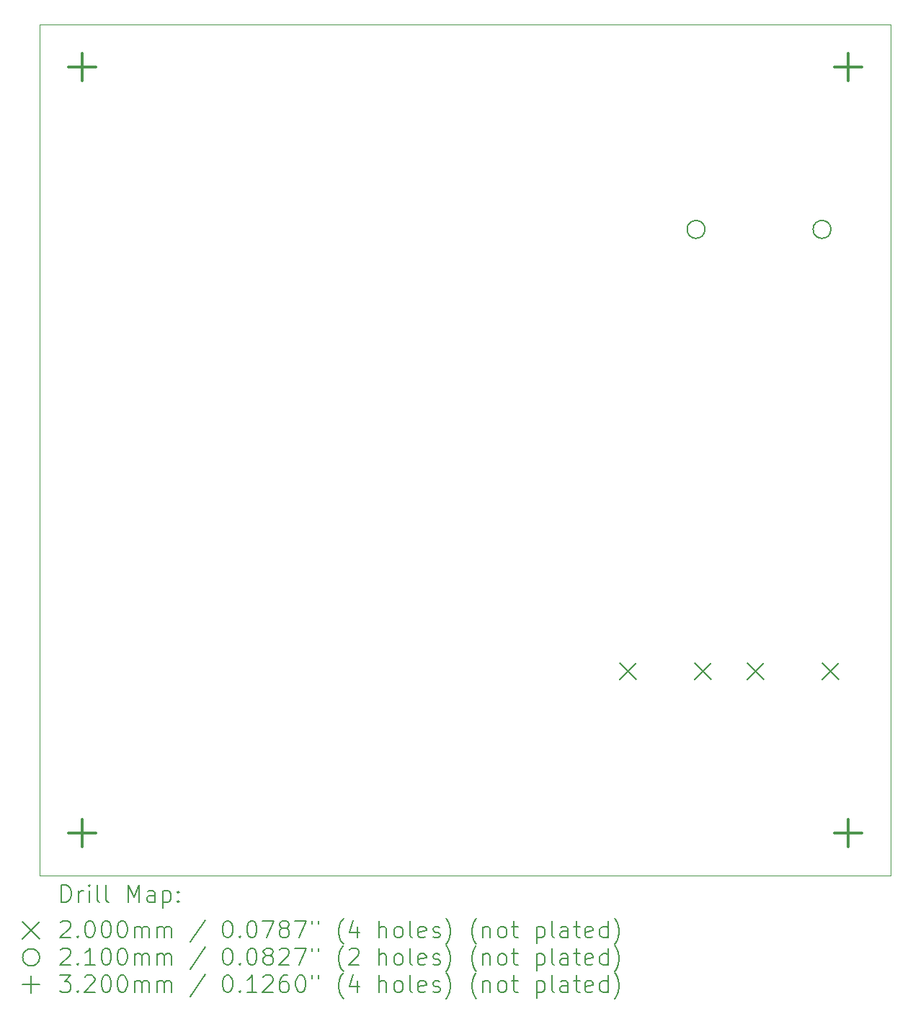
<source format=gbr>
%FSLAX45Y45*%
G04 Gerber Fmt 4.5, Leading zero omitted, Abs format (unit mm)*
G04 Created by KiCad (PCBNEW (6.0.1)) date 2023-03-10 13:55:18*
%MOMM*%
%LPD*%
G01*
G04 APERTURE LIST*
%TA.AperFunction,Profile*%
%ADD10C,0.050000*%
%TD*%
%ADD11C,0.200000*%
%ADD12C,0.210000*%
%ADD13C,0.320000*%
G04 APERTURE END LIST*
D10*
X13750000Y-2050000D02*
X3750000Y-2050000D01*
X13750000Y-12050000D02*
X13750000Y-2050000D01*
X3750000Y-12050000D02*
X13750000Y-12050000D01*
X3750000Y-2050000D02*
X3750000Y-12050000D01*
D11*
X10560000Y-9550000D02*
X10760000Y-9750000D01*
X10760000Y-9550000D02*
X10560000Y-9750000D01*
X11440000Y-9550000D02*
X11640000Y-9750000D01*
X11640000Y-9550000D02*
X11440000Y-9750000D01*
X12060000Y-9550000D02*
X12260000Y-9750000D01*
X12260000Y-9550000D02*
X12060000Y-9750000D01*
X12940000Y-9550000D02*
X13140000Y-9750000D01*
X13140000Y-9550000D02*
X12940000Y-9750000D01*
D12*
X11565000Y-4460000D02*
G75*
G03*
X11565000Y-4460000I-105000J0D01*
G01*
X13045000Y-4460000D02*
G75*
G03*
X13045000Y-4460000I-105000J0D01*
G01*
D13*
X4250000Y-2390000D02*
X4250000Y-2710000D01*
X4090000Y-2550000D02*
X4410000Y-2550000D01*
X4250000Y-11390000D02*
X4250000Y-11710000D01*
X4090000Y-11550000D02*
X4410000Y-11550000D01*
X13250000Y-2390000D02*
X13250000Y-2710000D01*
X13090000Y-2550000D02*
X13410000Y-2550000D01*
X13250000Y-11390000D02*
X13250000Y-11710000D01*
X13090000Y-11550000D02*
X13410000Y-11550000D01*
D11*
X4005119Y-12362976D02*
X4005119Y-12162976D01*
X4052738Y-12162976D01*
X4081309Y-12172500D01*
X4100357Y-12191548D01*
X4109881Y-12210595D01*
X4119405Y-12248690D01*
X4119405Y-12277262D01*
X4109881Y-12315357D01*
X4100357Y-12334405D01*
X4081309Y-12353452D01*
X4052738Y-12362976D01*
X4005119Y-12362976D01*
X4205119Y-12362976D02*
X4205119Y-12229643D01*
X4205119Y-12267738D02*
X4214643Y-12248690D01*
X4224167Y-12239167D01*
X4243214Y-12229643D01*
X4262262Y-12229643D01*
X4328929Y-12362976D02*
X4328929Y-12229643D01*
X4328929Y-12162976D02*
X4319405Y-12172500D01*
X4328929Y-12182024D01*
X4338452Y-12172500D01*
X4328929Y-12162976D01*
X4328929Y-12182024D01*
X4452738Y-12362976D02*
X4433690Y-12353452D01*
X4424167Y-12334405D01*
X4424167Y-12162976D01*
X4557500Y-12362976D02*
X4538452Y-12353452D01*
X4528929Y-12334405D01*
X4528929Y-12162976D01*
X4786071Y-12362976D02*
X4786071Y-12162976D01*
X4852738Y-12305833D01*
X4919405Y-12162976D01*
X4919405Y-12362976D01*
X5100357Y-12362976D02*
X5100357Y-12258214D01*
X5090833Y-12239167D01*
X5071786Y-12229643D01*
X5033690Y-12229643D01*
X5014643Y-12239167D01*
X5100357Y-12353452D02*
X5081310Y-12362976D01*
X5033690Y-12362976D01*
X5014643Y-12353452D01*
X5005119Y-12334405D01*
X5005119Y-12315357D01*
X5014643Y-12296309D01*
X5033690Y-12286786D01*
X5081310Y-12286786D01*
X5100357Y-12277262D01*
X5195595Y-12229643D02*
X5195595Y-12429643D01*
X5195595Y-12239167D02*
X5214643Y-12229643D01*
X5252738Y-12229643D01*
X5271786Y-12239167D01*
X5281310Y-12248690D01*
X5290833Y-12267738D01*
X5290833Y-12324881D01*
X5281310Y-12343928D01*
X5271786Y-12353452D01*
X5252738Y-12362976D01*
X5214643Y-12362976D01*
X5195595Y-12353452D01*
X5376548Y-12343928D02*
X5386071Y-12353452D01*
X5376548Y-12362976D01*
X5367024Y-12353452D01*
X5376548Y-12343928D01*
X5376548Y-12362976D01*
X5376548Y-12239167D02*
X5386071Y-12248690D01*
X5376548Y-12258214D01*
X5367024Y-12248690D01*
X5376548Y-12239167D01*
X5376548Y-12258214D01*
X3547500Y-12592500D02*
X3747500Y-12792500D01*
X3747500Y-12592500D02*
X3547500Y-12792500D01*
X3995595Y-12602024D02*
X4005119Y-12592500D01*
X4024167Y-12582976D01*
X4071786Y-12582976D01*
X4090833Y-12592500D01*
X4100357Y-12602024D01*
X4109881Y-12621071D01*
X4109881Y-12640119D01*
X4100357Y-12668690D01*
X3986071Y-12782976D01*
X4109881Y-12782976D01*
X4195595Y-12763928D02*
X4205119Y-12773452D01*
X4195595Y-12782976D01*
X4186071Y-12773452D01*
X4195595Y-12763928D01*
X4195595Y-12782976D01*
X4328929Y-12582976D02*
X4347976Y-12582976D01*
X4367024Y-12592500D01*
X4376548Y-12602024D01*
X4386071Y-12621071D01*
X4395595Y-12659167D01*
X4395595Y-12706786D01*
X4386071Y-12744881D01*
X4376548Y-12763928D01*
X4367024Y-12773452D01*
X4347976Y-12782976D01*
X4328929Y-12782976D01*
X4309881Y-12773452D01*
X4300357Y-12763928D01*
X4290833Y-12744881D01*
X4281310Y-12706786D01*
X4281310Y-12659167D01*
X4290833Y-12621071D01*
X4300357Y-12602024D01*
X4309881Y-12592500D01*
X4328929Y-12582976D01*
X4519405Y-12582976D02*
X4538452Y-12582976D01*
X4557500Y-12592500D01*
X4567024Y-12602024D01*
X4576548Y-12621071D01*
X4586071Y-12659167D01*
X4586071Y-12706786D01*
X4576548Y-12744881D01*
X4567024Y-12763928D01*
X4557500Y-12773452D01*
X4538452Y-12782976D01*
X4519405Y-12782976D01*
X4500357Y-12773452D01*
X4490833Y-12763928D01*
X4481310Y-12744881D01*
X4471786Y-12706786D01*
X4471786Y-12659167D01*
X4481310Y-12621071D01*
X4490833Y-12602024D01*
X4500357Y-12592500D01*
X4519405Y-12582976D01*
X4709881Y-12582976D02*
X4728929Y-12582976D01*
X4747976Y-12592500D01*
X4757500Y-12602024D01*
X4767024Y-12621071D01*
X4776548Y-12659167D01*
X4776548Y-12706786D01*
X4767024Y-12744881D01*
X4757500Y-12763928D01*
X4747976Y-12773452D01*
X4728929Y-12782976D01*
X4709881Y-12782976D01*
X4690833Y-12773452D01*
X4681310Y-12763928D01*
X4671786Y-12744881D01*
X4662262Y-12706786D01*
X4662262Y-12659167D01*
X4671786Y-12621071D01*
X4681310Y-12602024D01*
X4690833Y-12592500D01*
X4709881Y-12582976D01*
X4862262Y-12782976D02*
X4862262Y-12649643D01*
X4862262Y-12668690D02*
X4871786Y-12659167D01*
X4890833Y-12649643D01*
X4919405Y-12649643D01*
X4938452Y-12659167D01*
X4947976Y-12678214D01*
X4947976Y-12782976D01*
X4947976Y-12678214D02*
X4957500Y-12659167D01*
X4976548Y-12649643D01*
X5005119Y-12649643D01*
X5024167Y-12659167D01*
X5033690Y-12678214D01*
X5033690Y-12782976D01*
X5128929Y-12782976D02*
X5128929Y-12649643D01*
X5128929Y-12668690D02*
X5138452Y-12659167D01*
X5157500Y-12649643D01*
X5186071Y-12649643D01*
X5205119Y-12659167D01*
X5214643Y-12678214D01*
X5214643Y-12782976D01*
X5214643Y-12678214D02*
X5224167Y-12659167D01*
X5243214Y-12649643D01*
X5271786Y-12649643D01*
X5290833Y-12659167D01*
X5300357Y-12678214D01*
X5300357Y-12782976D01*
X5690833Y-12573452D02*
X5519405Y-12830595D01*
X5947976Y-12582976D02*
X5967024Y-12582976D01*
X5986071Y-12592500D01*
X5995595Y-12602024D01*
X6005119Y-12621071D01*
X6014643Y-12659167D01*
X6014643Y-12706786D01*
X6005119Y-12744881D01*
X5995595Y-12763928D01*
X5986071Y-12773452D01*
X5967024Y-12782976D01*
X5947976Y-12782976D01*
X5928928Y-12773452D01*
X5919405Y-12763928D01*
X5909881Y-12744881D01*
X5900357Y-12706786D01*
X5900357Y-12659167D01*
X5909881Y-12621071D01*
X5919405Y-12602024D01*
X5928928Y-12592500D01*
X5947976Y-12582976D01*
X6100357Y-12763928D02*
X6109881Y-12773452D01*
X6100357Y-12782976D01*
X6090833Y-12773452D01*
X6100357Y-12763928D01*
X6100357Y-12782976D01*
X6233690Y-12582976D02*
X6252738Y-12582976D01*
X6271786Y-12592500D01*
X6281309Y-12602024D01*
X6290833Y-12621071D01*
X6300357Y-12659167D01*
X6300357Y-12706786D01*
X6290833Y-12744881D01*
X6281309Y-12763928D01*
X6271786Y-12773452D01*
X6252738Y-12782976D01*
X6233690Y-12782976D01*
X6214643Y-12773452D01*
X6205119Y-12763928D01*
X6195595Y-12744881D01*
X6186071Y-12706786D01*
X6186071Y-12659167D01*
X6195595Y-12621071D01*
X6205119Y-12602024D01*
X6214643Y-12592500D01*
X6233690Y-12582976D01*
X6367024Y-12582976D02*
X6500357Y-12582976D01*
X6414643Y-12782976D01*
X6605119Y-12668690D02*
X6586071Y-12659167D01*
X6576548Y-12649643D01*
X6567024Y-12630595D01*
X6567024Y-12621071D01*
X6576548Y-12602024D01*
X6586071Y-12592500D01*
X6605119Y-12582976D01*
X6643214Y-12582976D01*
X6662262Y-12592500D01*
X6671786Y-12602024D01*
X6681309Y-12621071D01*
X6681309Y-12630595D01*
X6671786Y-12649643D01*
X6662262Y-12659167D01*
X6643214Y-12668690D01*
X6605119Y-12668690D01*
X6586071Y-12678214D01*
X6576548Y-12687738D01*
X6567024Y-12706786D01*
X6567024Y-12744881D01*
X6576548Y-12763928D01*
X6586071Y-12773452D01*
X6605119Y-12782976D01*
X6643214Y-12782976D01*
X6662262Y-12773452D01*
X6671786Y-12763928D01*
X6681309Y-12744881D01*
X6681309Y-12706786D01*
X6671786Y-12687738D01*
X6662262Y-12678214D01*
X6643214Y-12668690D01*
X6747976Y-12582976D02*
X6881309Y-12582976D01*
X6795595Y-12782976D01*
X6947976Y-12582976D02*
X6947976Y-12621071D01*
X7024167Y-12582976D02*
X7024167Y-12621071D01*
X7319405Y-12859167D02*
X7309881Y-12849643D01*
X7290833Y-12821071D01*
X7281309Y-12802024D01*
X7271786Y-12773452D01*
X7262262Y-12725833D01*
X7262262Y-12687738D01*
X7271786Y-12640119D01*
X7281309Y-12611548D01*
X7290833Y-12592500D01*
X7309881Y-12563928D01*
X7319405Y-12554405D01*
X7481309Y-12649643D02*
X7481309Y-12782976D01*
X7433690Y-12573452D02*
X7386071Y-12716309D01*
X7509881Y-12716309D01*
X7738452Y-12782976D02*
X7738452Y-12582976D01*
X7824167Y-12782976D02*
X7824167Y-12678214D01*
X7814643Y-12659167D01*
X7795595Y-12649643D01*
X7767024Y-12649643D01*
X7747976Y-12659167D01*
X7738452Y-12668690D01*
X7947976Y-12782976D02*
X7928928Y-12773452D01*
X7919405Y-12763928D01*
X7909881Y-12744881D01*
X7909881Y-12687738D01*
X7919405Y-12668690D01*
X7928928Y-12659167D01*
X7947976Y-12649643D01*
X7976548Y-12649643D01*
X7995595Y-12659167D01*
X8005119Y-12668690D01*
X8014643Y-12687738D01*
X8014643Y-12744881D01*
X8005119Y-12763928D01*
X7995595Y-12773452D01*
X7976548Y-12782976D01*
X7947976Y-12782976D01*
X8128928Y-12782976D02*
X8109881Y-12773452D01*
X8100357Y-12754405D01*
X8100357Y-12582976D01*
X8281309Y-12773452D02*
X8262262Y-12782976D01*
X8224167Y-12782976D01*
X8205119Y-12773452D01*
X8195595Y-12754405D01*
X8195595Y-12678214D01*
X8205119Y-12659167D01*
X8224167Y-12649643D01*
X8262262Y-12649643D01*
X8281309Y-12659167D01*
X8290833Y-12678214D01*
X8290833Y-12697262D01*
X8195595Y-12716309D01*
X8367024Y-12773452D02*
X8386071Y-12782976D01*
X8424167Y-12782976D01*
X8443214Y-12773452D01*
X8452738Y-12754405D01*
X8452738Y-12744881D01*
X8443214Y-12725833D01*
X8424167Y-12716309D01*
X8395595Y-12716309D01*
X8376548Y-12706786D01*
X8367024Y-12687738D01*
X8367024Y-12678214D01*
X8376548Y-12659167D01*
X8395595Y-12649643D01*
X8424167Y-12649643D01*
X8443214Y-12659167D01*
X8519405Y-12859167D02*
X8528929Y-12849643D01*
X8547976Y-12821071D01*
X8557500Y-12802024D01*
X8567024Y-12773452D01*
X8576548Y-12725833D01*
X8576548Y-12687738D01*
X8567024Y-12640119D01*
X8557500Y-12611548D01*
X8547976Y-12592500D01*
X8528929Y-12563928D01*
X8519405Y-12554405D01*
X8881310Y-12859167D02*
X8871786Y-12849643D01*
X8852738Y-12821071D01*
X8843214Y-12802024D01*
X8833690Y-12773452D01*
X8824167Y-12725833D01*
X8824167Y-12687738D01*
X8833690Y-12640119D01*
X8843214Y-12611548D01*
X8852738Y-12592500D01*
X8871786Y-12563928D01*
X8881310Y-12554405D01*
X8957500Y-12649643D02*
X8957500Y-12782976D01*
X8957500Y-12668690D02*
X8967024Y-12659167D01*
X8986071Y-12649643D01*
X9014643Y-12649643D01*
X9033690Y-12659167D01*
X9043214Y-12678214D01*
X9043214Y-12782976D01*
X9167024Y-12782976D02*
X9147976Y-12773452D01*
X9138452Y-12763928D01*
X9128929Y-12744881D01*
X9128929Y-12687738D01*
X9138452Y-12668690D01*
X9147976Y-12659167D01*
X9167024Y-12649643D01*
X9195595Y-12649643D01*
X9214643Y-12659167D01*
X9224167Y-12668690D01*
X9233690Y-12687738D01*
X9233690Y-12744881D01*
X9224167Y-12763928D01*
X9214643Y-12773452D01*
X9195595Y-12782976D01*
X9167024Y-12782976D01*
X9290833Y-12649643D02*
X9367024Y-12649643D01*
X9319405Y-12582976D02*
X9319405Y-12754405D01*
X9328929Y-12773452D01*
X9347976Y-12782976D01*
X9367024Y-12782976D01*
X9586071Y-12649643D02*
X9586071Y-12849643D01*
X9586071Y-12659167D02*
X9605119Y-12649643D01*
X9643214Y-12649643D01*
X9662262Y-12659167D01*
X9671786Y-12668690D01*
X9681310Y-12687738D01*
X9681310Y-12744881D01*
X9671786Y-12763928D01*
X9662262Y-12773452D01*
X9643214Y-12782976D01*
X9605119Y-12782976D01*
X9586071Y-12773452D01*
X9795595Y-12782976D02*
X9776548Y-12773452D01*
X9767024Y-12754405D01*
X9767024Y-12582976D01*
X9957500Y-12782976D02*
X9957500Y-12678214D01*
X9947976Y-12659167D01*
X9928929Y-12649643D01*
X9890833Y-12649643D01*
X9871786Y-12659167D01*
X9957500Y-12773452D02*
X9938452Y-12782976D01*
X9890833Y-12782976D01*
X9871786Y-12773452D01*
X9862262Y-12754405D01*
X9862262Y-12735357D01*
X9871786Y-12716309D01*
X9890833Y-12706786D01*
X9938452Y-12706786D01*
X9957500Y-12697262D01*
X10024167Y-12649643D02*
X10100357Y-12649643D01*
X10052738Y-12582976D02*
X10052738Y-12754405D01*
X10062262Y-12773452D01*
X10081310Y-12782976D01*
X10100357Y-12782976D01*
X10243214Y-12773452D02*
X10224167Y-12782976D01*
X10186071Y-12782976D01*
X10167024Y-12773452D01*
X10157500Y-12754405D01*
X10157500Y-12678214D01*
X10167024Y-12659167D01*
X10186071Y-12649643D01*
X10224167Y-12649643D01*
X10243214Y-12659167D01*
X10252738Y-12678214D01*
X10252738Y-12697262D01*
X10157500Y-12716309D01*
X10424167Y-12782976D02*
X10424167Y-12582976D01*
X10424167Y-12773452D02*
X10405119Y-12782976D01*
X10367024Y-12782976D01*
X10347976Y-12773452D01*
X10338452Y-12763928D01*
X10328929Y-12744881D01*
X10328929Y-12687738D01*
X10338452Y-12668690D01*
X10347976Y-12659167D01*
X10367024Y-12649643D01*
X10405119Y-12649643D01*
X10424167Y-12659167D01*
X10500357Y-12859167D02*
X10509881Y-12849643D01*
X10528929Y-12821071D01*
X10538452Y-12802024D01*
X10547976Y-12773452D01*
X10557500Y-12725833D01*
X10557500Y-12687738D01*
X10547976Y-12640119D01*
X10538452Y-12611548D01*
X10528929Y-12592500D01*
X10509881Y-12563928D01*
X10500357Y-12554405D01*
X3747500Y-13012500D02*
G75*
G03*
X3747500Y-13012500I-100000J0D01*
G01*
X3995595Y-12922024D02*
X4005119Y-12912500D01*
X4024167Y-12902976D01*
X4071786Y-12902976D01*
X4090833Y-12912500D01*
X4100357Y-12922024D01*
X4109881Y-12941071D01*
X4109881Y-12960119D01*
X4100357Y-12988690D01*
X3986071Y-13102976D01*
X4109881Y-13102976D01*
X4195595Y-13083928D02*
X4205119Y-13093452D01*
X4195595Y-13102976D01*
X4186071Y-13093452D01*
X4195595Y-13083928D01*
X4195595Y-13102976D01*
X4395595Y-13102976D02*
X4281310Y-13102976D01*
X4338452Y-13102976D02*
X4338452Y-12902976D01*
X4319405Y-12931548D01*
X4300357Y-12950595D01*
X4281310Y-12960119D01*
X4519405Y-12902976D02*
X4538452Y-12902976D01*
X4557500Y-12912500D01*
X4567024Y-12922024D01*
X4576548Y-12941071D01*
X4586071Y-12979167D01*
X4586071Y-13026786D01*
X4576548Y-13064881D01*
X4567024Y-13083928D01*
X4557500Y-13093452D01*
X4538452Y-13102976D01*
X4519405Y-13102976D01*
X4500357Y-13093452D01*
X4490833Y-13083928D01*
X4481310Y-13064881D01*
X4471786Y-13026786D01*
X4471786Y-12979167D01*
X4481310Y-12941071D01*
X4490833Y-12922024D01*
X4500357Y-12912500D01*
X4519405Y-12902976D01*
X4709881Y-12902976D02*
X4728929Y-12902976D01*
X4747976Y-12912500D01*
X4757500Y-12922024D01*
X4767024Y-12941071D01*
X4776548Y-12979167D01*
X4776548Y-13026786D01*
X4767024Y-13064881D01*
X4757500Y-13083928D01*
X4747976Y-13093452D01*
X4728929Y-13102976D01*
X4709881Y-13102976D01*
X4690833Y-13093452D01*
X4681310Y-13083928D01*
X4671786Y-13064881D01*
X4662262Y-13026786D01*
X4662262Y-12979167D01*
X4671786Y-12941071D01*
X4681310Y-12922024D01*
X4690833Y-12912500D01*
X4709881Y-12902976D01*
X4862262Y-13102976D02*
X4862262Y-12969643D01*
X4862262Y-12988690D02*
X4871786Y-12979167D01*
X4890833Y-12969643D01*
X4919405Y-12969643D01*
X4938452Y-12979167D01*
X4947976Y-12998214D01*
X4947976Y-13102976D01*
X4947976Y-12998214D02*
X4957500Y-12979167D01*
X4976548Y-12969643D01*
X5005119Y-12969643D01*
X5024167Y-12979167D01*
X5033690Y-12998214D01*
X5033690Y-13102976D01*
X5128929Y-13102976D02*
X5128929Y-12969643D01*
X5128929Y-12988690D02*
X5138452Y-12979167D01*
X5157500Y-12969643D01*
X5186071Y-12969643D01*
X5205119Y-12979167D01*
X5214643Y-12998214D01*
X5214643Y-13102976D01*
X5214643Y-12998214D02*
X5224167Y-12979167D01*
X5243214Y-12969643D01*
X5271786Y-12969643D01*
X5290833Y-12979167D01*
X5300357Y-12998214D01*
X5300357Y-13102976D01*
X5690833Y-12893452D02*
X5519405Y-13150595D01*
X5947976Y-12902976D02*
X5967024Y-12902976D01*
X5986071Y-12912500D01*
X5995595Y-12922024D01*
X6005119Y-12941071D01*
X6014643Y-12979167D01*
X6014643Y-13026786D01*
X6005119Y-13064881D01*
X5995595Y-13083928D01*
X5986071Y-13093452D01*
X5967024Y-13102976D01*
X5947976Y-13102976D01*
X5928928Y-13093452D01*
X5919405Y-13083928D01*
X5909881Y-13064881D01*
X5900357Y-13026786D01*
X5900357Y-12979167D01*
X5909881Y-12941071D01*
X5919405Y-12922024D01*
X5928928Y-12912500D01*
X5947976Y-12902976D01*
X6100357Y-13083928D02*
X6109881Y-13093452D01*
X6100357Y-13102976D01*
X6090833Y-13093452D01*
X6100357Y-13083928D01*
X6100357Y-13102976D01*
X6233690Y-12902976D02*
X6252738Y-12902976D01*
X6271786Y-12912500D01*
X6281309Y-12922024D01*
X6290833Y-12941071D01*
X6300357Y-12979167D01*
X6300357Y-13026786D01*
X6290833Y-13064881D01*
X6281309Y-13083928D01*
X6271786Y-13093452D01*
X6252738Y-13102976D01*
X6233690Y-13102976D01*
X6214643Y-13093452D01*
X6205119Y-13083928D01*
X6195595Y-13064881D01*
X6186071Y-13026786D01*
X6186071Y-12979167D01*
X6195595Y-12941071D01*
X6205119Y-12922024D01*
X6214643Y-12912500D01*
X6233690Y-12902976D01*
X6414643Y-12988690D02*
X6395595Y-12979167D01*
X6386071Y-12969643D01*
X6376548Y-12950595D01*
X6376548Y-12941071D01*
X6386071Y-12922024D01*
X6395595Y-12912500D01*
X6414643Y-12902976D01*
X6452738Y-12902976D01*
X6471786Y-12912500D01*
X6481309Y-12922024D01*
X6490833Y-12941071D01*
X6490833Y-12950595D01*
X6481309Y-12969643D01*
X6471786Y-12979167D01*
X6452738Y-12988690D01*
X6414643Y-12988690D01*
X6395595Y-12998214D01*
X6386071Y-13007738D01*
X6376548Y-13026786D01*
X6376548Y-13064881D01*
X6386071Y-13083928D01*
X6395595Y-13093452D01*
X6414643Y-13102976D01*
X6452738Y-13102976D01*
X6471786Y-13093452D01*
X6481309Y-13083928D01*
X6490833Y-13064881D01*
X6490833Y-13026786D01*
X6481309Y-13007738D01*
X6471786Y-12998214D01*
X6452738Y-12988690D01*
X6567024Y-12922024D02*
X6576548Y-12912500D01*
X6595595Y-12902976D01*
X6643214Y-12902976D01*
X6662262Y-12912500D01*
X6671786Y-12922024D01*
X6681309Y-12941071D01*
X6681309Y-12960119D01*
X6671786Y-12988690D01*
X6557500Y-13102976D01*
X6681309Y-13102976D01*
X6747976Y-12902976D02*
X6881309Y-12902976D01*
X6795595Y-13102976D01*
X6947976Y-12902976D02*
X6947976Y-12941071D01*
X7024167Y-12902976D02*
X7024167Y-12941071D01*
X7319405Y-13179167D02*
X7309881Y-13169643D01*
X7290833Y-13141071D01*
X7281309Y-13122024D01*
X7271786Y-13093452D01*
X7262262Y-13045833D01*
X7262262Y-13007738D01*
X7271786Y-12960119D01*
X7281309Y-12931548D01*
X7290833Y-12912500D01*
X7309881Y-12883928D01*
X7319405Y-12874405D01*
X7386071Y-12922024D02*
X7395595Y-12912500D01*
X7414643Y-12902976D01*
X7462262Y-12902976D01*
X7481309Y-12912500D01*
X7490833Y-12922024D01*
X7500357Y-12941071D01*
X7500357Y-12960119D01*
X7490833Y-12988690D01*
X7376548Y-13102976D01*
X7500357Y-13102976D01*
X7738452Y-13102976D02*
X7738452Y-12902976D01*
X7824167Y-13102976D02*
X7824167Y-12998214D01*
X7814643Y-12979167D01*
X7795595Y-12969643D01*
X7767024Y-12969643D01*
X7747976Y-12979167D01*
X7738452Y-12988690D01*
X7947976Y-13102976D02*
X7928928Y-13093452D01*
X7919405Y-13083928D01*
X7909881Y-13064881D01*
X7909881Y-13007738D01*
X7919405Y-12988690D01*
X7928928Y-12979167D01*
X7947976Y-12969643D01*
X7976548Y-12969643D01*
X7995595Y-12979167D01*
X8005119Y-12988690D01*
X8014643Y-13007738D01*
X8014643Y-13064881D01*
X8005119Y-13083928D01*
X7995595Y-13093452D01*
X7976548Y-13102976D01*
X7947976Y-13102976D01*
X8128928Y-13102976D02*
X8109881Y-13093452D01*
X8100357Y-13074405D01*
X8100357Y-12902976D01*
X8281309Y-13093452D02*
X8262262Y-13102976D01*
X8224167Y-13102976D01*
X8205119Y-13093452D01*
X8195595Y-13074405D01*
X8195595Y-12998214D01*
X8205119Y-12979167D01*
X8224167Y-12969643D01*
X8262262Y-12969643D01*
X8281309Y-12979167D01*
X8290833Y-12998214D01*
X8290833Y-13017262D01*
X8195595Y-13036309D01*
X8367024Y-13093452D02*
X8386071Y-13102976D01*
X8424167Y-13102976D01*
X8443214Y-13093452D01*
X8452738Y-13074405D01*
X8452738Y-13064881D01*
X8443214Y-13045833D01*
X8424167Y-13036309D01*
X8395595Y-13036309D01*
X8376548Y-13026786D01*
X8367024Y-13007738D01*
X8367024Y-12998214D01*
X8376548Y-12979167D01*
X8395595Y-12969643D01*
X8424167Y-12969643D01*
X8443214Y-12979167D01*
X8519405Y-13179167D02*
X8528929Y-13169643D01*
X8547976Y-13141071D01*
X8557500Y-13122024D01*
X8567024Y-13093452D01*
X8576548Y-13045833D01*
X8576548Y-13007738D01*
X8567024Y-12960119D01*
X8557500Y-12931548D01*
X8547976Y-12912500D01*
X8528929Y-12883928D01*
X8519405Y-12874405D01*
X8881310Y-13179167D02*
X8871786Y-13169643D01*
X8852738Y-13141071D01*
X8843214Y-13122024D01*
X8833690Y-13093452D01*
X8824167Y-13045833D01*
X8824167Y-13007738D01*
X8833690Y-12960119D01*
X8843214Y-12931548D01*
X8852738Y-12912500D01*
X8871786Y-12883928D01*
X8881310Y-12874405D01*
X8957500Y-12969643D02*
X8957500Y-13102976D01*
X8957500Y-12988690D02*
X8967024Y-12979167D01*
X8986071Y-12969643D01*
X9014643Y-12969643D01*
X9033690Y-12979167D01*
X9043214Y-12998214D01*
X9043214Y-13102976D01*
X9167024Y-13102976D02*
X9147976Y-13093452D01*
X9138452Y-13083928D01*
X9128929Y-13064881D01*
X9128929Y-13007738D01*
X9138452Y-12988690D01*
X9147976Y-12979167D01*
X9167024Y-12969643D01*
X9195595Y-12969643D01*
X9214643Y-12979167D01*
X9224167Y-12988690D01*
X9233690Y-13007738D01*
X9233690Y-13064881D01*
X9224167Y-13083928D01*
X9214643Y-13093452D01*
X9195595Y-13102976D01*
X9167024Y-13102976D01*
X9290833Y-12969643D02*
X9367024Y-12969643D01*
X9319405Y-12902976D02*
X9319405Y-13074405D01*
X9328929Y-13093452D01*
X9347976Y-13102976D01*
X9367024Y-13102976D01*
X9586071Y-12969643D02*
X9586071Y-13169643D01*
X9586071Y-12979167D02*
X9605119Y-12969643D01*
X9643214Y-12969643D01*
X9662262Y-12979167D01*
X9671786Y-12988690D01*
X9681310Y-13007738D01*
X9681310Y-13064881D01*
X9671786Y-13083928D01*
X9662262Y-13093452D01*
X9643214Y-13102976D01*
X9605119Y-13102976D01*
X9586071Y-13093452D01*
X9795595Y-13102976D02*
X9776548Y-13093452D01*
X9767024Y-13074405D01*
X9767024Y-12902976D01*
X9957500Y-13102976D02*
X9957500Y-12998214D01*
X9947976Y-12979167D01*
X9928929Y-12969643D01*
X9890833Y-12969643D01*
X9871786Y-12979167D01*
X9957500Y-13093452D02*
X9938452Y-13102976D01*
X9890833Y-13102976D01*
X9871786Y-13093452D01*
X9862262Y-13074405D01*
X9862262Y-13055357D01*
X9871786Y-13036309D01*
X9890833Y-13026786D01*
X9938452Y-13026786D01*
X9957500Y-13017262D01*
X10024167Y-12969643D02*
X10100357Y-12969643D01*
X10052738Y-12902976D02*
X10052738Y-13074405D01*
X10062262Y-13093452D01*
X10081310Y-13102976D01*
X10100357Y-13102976D01*
X10243214Y-13093452D02*
X10224167Y-13102976D01*
X10186071Y-13102976D01*
X10167024Y-13093452D01*
X10157500Y-13074405D01*
X10157500Y-12998214D01*
X10167024Y-12979167D01*
X10186071Y-12969643D01*
X10224167Y-12969643D01*
X10243214Y-12979167D01*
X10252738Y-12998214D01*
X10252738Y-13017262D01*
X10157500Y-13036309D01*
X10424167Y-13102976D02*
X10424167Y-12902976D01*
X10424167Y-13093452D02*
X10405119Y-13102976D01*
X10367024Y-13102976D01*
X10347976Y-13093452D01*
X10338452Y-13083928D01*
X10328929Y-13064881D01*
X10328929Y-13007738D01*
X10338452Y-12988690D01*
X10347976Y-12979167D01*
X10367024Y-12969643D01*
X10405119Y-12969643D01*
X10424167Y-12979167D01*
X10500357Y-13179167D02*
X10509881Y-13169643D01*
X10528929Y-13141071D01*
X10538452Y-13122024D01*
X10547976Y-13093452D01*
X10557500Y-13045833D01*
X10557500Y-13007738D01*
X10547976Y-12960119D01*
X10538452Y-12931548D01*
X10528929Y-12912500D01*
X10509881Y-12883928D01*
X10500357Y-12874405D01*
X3647500Y-13232500D02*
X3647500Y-13432500D01*
X3547500Y-13332500D02*
X3747500Y-13332500D01*
X3986071Y-13222976D02*
X4109881Y-13222976D01*
X4043214Y-13299167D01*
X4071786Y-13299167D01*
X4090833Y-13308690D01*
X4100357Y-13318214D01*
X4109881Y-13337262D01*
X4109881Y-13384881D01*
X4100357Y-13403928D01*
X4090833Y-13413452D01*
X4071786Y-13422976D01*
X4014643Y-13422976D01*
X3995595Y-13413452D01*
X3986071Y-13403928D01*
X4195595Y-13403928D02*
X4205119Y-13413452D01*
X4195595Y-13422976D01*
X4186071Y-13413452D01*
X4195595Y-13403928D01*
X4195595Y-13422976D01*
X4281310Y-13242024D02*
X4290833Y-13232500D01*
X4309881Y-13222976D01*
X4357500Y-13222976D01*
X4376548Y-13232500D01*
X4386071Y-13242024D01*
X4395595Y-13261071D01*
X4395595Y-13280119D01*
X4386071Y-13308690D01*
X4271786Y-13422976D01*
X4395595Y-13422976D01*
X4519405Y-13222976D02*
X4538452Y-13222976D01*
X4557500Y-13232500D01*
X4567024Y-13242024D01*
X4576548Y-13261071D01*
X4586071Y-13299167D01*
X4586071Y-13346786D01*
X4576548Y-13384881D01*
X4567024Y-13403928D01*
X4557500Y-13413452D01*
X4538452Y-13422976D01*
X4519405Y-13422976D01*
X4500357Y-13413452D01*
X4490833Y-13403928D01*
X4481310Y-13384881D01*
X4471786Y-13346786D01*
X4471786Y-13299167D01*
X4481310Y-13261071D01*
X4490833Y-13242024D01*
X4500357Y-13232500D01*
X4519405Y-13222976D01*
X4709881Y-13222976D02*
X4728929Y-13222976D01*
X4747976Y-13232500D01*
X4757500Y-13242024D01*
X4767024Y-13261071D01*
X4776548Y-13299167D01*
X4776548Y-13346786D01*
X4767024Y-13384881D01*
X4757500Y-13403928D01*
X4747976Y-13413452D01*
X4728929Y-13422976D01*
X4709881Y-13422976D01*
X4690833Y-13413452D01*
X4681310Y-13403928D01*
X4671786Y-13384881D01*
X4662262Y-13346786D01*
X4662262Y-13299167D01*
X4671786Y-13261071D01*
X4681310Y-13242024D01*
X4690833Y-13232500D01*
X4709881Y-13222976D01*
X4862262Y-13422976D02*
X4862262Y-13289643D01*
X4862262Y-13308690D02*
X4871786Y-13299167D01*
X4890833Y-13289643D01*
X4919405Y-13289643D01*
X4938452Y-13299167D01*
X4947976Y-13318214D01*
X4947976Y-13422976D01*
X4947976Y-13318214D02*
X4957500Y-13299167D01*
X4976548Y-13289643D01*
X5005119Y-13289643D01*
X5024167Y-13299167D01*
X5033690Y-13318214D01*
X5033690Y-13422976D01*
X5128929Y-13422976D02*
X5128929Y-13289643D01*
X5128929Y-13308690D02*
X5138452Y-13299167D01*
X5157500Y-13289643D01*
X5186071Y-13289643D01*
X5205119Y-13299167D01*
X5214643Y-13318214D01*
X5214643Y-13422976D01*
X5214643Y-13318214D02*
X5224167Y-13299167D01*
X5243214Y-13289643D01*
X5271786Y-13289643D01*
X5290833Y-13299167D01*
X5300357Y-13318214D01*
X5300357Y-13422976D01*
X5690833Y-13213452D02*
X5519405Y-13470595D01*
X5947976Y-13222976D02*
X5967024Y-13222976D01*
X5986071Y-13232500D01*
X5995595Y-13242024D01*
X6005119Y-13261071D01*
X6014643Y-13299167D01*
X6014643Y-13346786D01*
X6005119Y-13384881D01*
X5995595Y-13403928D01*
X5986071Y-13413452D01*
X5967024Y-13422976D01*
X5947976Y-13422976D01*
X5928928Y-13413452D01*
X5919405Y-13403928D01*
X5909881Y-13384881D01*
X5900357Y-13346786D01*
X5900357Y-13299167D01*
X5909881Y-13261071D01*
X5919405Y-13242024D01*
X5928928Y-13232500D01*
X5947976Y-13222976D01*
X6100357Y-13403928D02*
X6109881Y-13413452D01*
X6100357Y-13422976D01*
X6090833Y-13413452D01*
X6100357Y-13403928D01*
X6100357Y-13422976D01*
X6300357Y-13422976D02*
X6186071Y-13422976D01*
X6243214Y-13422976D02*
X6243214Y-13222976D01*
X6224167Y-13251548D01*
X6205119Y-13270595D01*
X6186071Y-13280119D01*
X6376548Y-13242024D02*
X6386071Y-13232500D01*
X6405119Y-13222976D01*
X6452738Y-13222976D01*
X6471786Y-13232500D01*
X6481309Y-13242024D01*
X6490833Y-13261071D01*
X6490833Y-13280119D01*
X6481309Y-13308690D01*
X6367024Y-13422976D01*
X6490833Y-13422976D01*
X6662262Y-13222976D02*
X6624167Y-13222976D01*
X6605119Y-13232500D01*
X6595595Y-13242024D01*
X6576548Y-13270595D01*
X6567024Y-13308690D01*
X6567024Y-13384881D01*
X6576548Y-13403928D01*
X6586071Y-13413452D01*
X6605119Y-13422976D01*
X6643214Y-13422976D01*
X6662262Y-13413452D01*
X6671786Y-13403928D01*
X6681309Y-13384881D01*
X6681309Y-13337262D01*
X6671786Y-13318214D01*
X6662262Y-13308690D01*
X6643214Y-13299167D01*
X6605119Y-13299167D01*
X6586071Y-13308690D01*
X6576548Y-13318214D01*
X6567024Y-13337262D01*
X6805119Y-13222976D02*
X6824167Y-13222976D01*
X6843214Y-13232500D01*
X6852738Y-13242024D01*
X6862262Y-13261071D01*
X6871786Y-13299167D01*
X6871786Y-13346786D01*
X6862262Y-13384881D01*
X6852738Y-13403928D01*
X6843214Y-13413452D01*
X6824167Y-13422976D01*
X6805119Y-13422976D01*
X6786071Y-13413452D01*
X6776548Y-13403928D01*
X6767024Y-13384881D01*
X6757500Y-13346786D01*
X6757500Y-13299167D01*
X6767024Y-13261071D01*
X6776548Y-13242024D01*
X6786071Y-13232500D01*
X6805119Y-13222976D01*
X6947976Y-13222976D02*
X6947976Y-13261071D01*
X7024167Y-13222976D02*
X7024167Y-13261071D01*
X7319405Y-13499167D02*
X7309881Y-13489643D01*
X7290833Y-13461071D01*
X7281309Y-13442024D01*
X7271786Y-13413452D01*
X7262262Y-13365833D01*
X7262262Y-13327738D01*
X7271786Y-13280119D01*
X7281309Y-13251548D01*
X7290833Y-13232500D01*
X7309881Y-13203928D01*
X7319405Y-13194405D01*
X7481309Y-13289643D02*
X7481309Y-13422976D01*
X7433690Y-13213452D02*
X7386071Y-13356309D01*
X7509881Y-13356309D01*
X7738452Y-13422976D02*
X7738452Y-13222976D01*
X7824167Y-13422976D02*
X7824167Y-13318214D01*
X7814643Y-13299167D01*
X7795595Y-13289643D01*
X7767024Y-13289643D01*
X7747976Y-13299167D01*
X7738452Y-13308690D01*
X7947976Y-13422976D02*
X7928928Y-13413452D01*
X7919405Y-13403928D01*
X7909881Y-13384881D01*
X7909881Y-13327738D01*
X7919405Y-13308690D01*
X7928928Y-13299167D01*
X7947976Y-13289643D01*
X7976548Y-13289643D01*
X7995595Y-13299167D01*
X8005119Y-13308690D01*
X8014643Y-13327738D01*
X8014643Y-13384881D01*
X8005119Y-13403928D01*
X7995595Y-13413452D01*
X7976548Y-13422976D01*
X7947976Y-13422976D01*
X8128928Y-13422976D02*
X8109881Y-13413452D01*
X8100357Y-13394405D01*
X8100357Y-13222976D01*
X8281309Y-13413452D02*
X8262262Y-13422976D01*
X8224167Y-13422976D01*
X8205119Y-13413452D01*
X8195595Y-13394405D01*
X8195595Y-13318214D01*
X8205119Y-13299167D01*
X8224167Y-13289643D01*
X8262262Y-13289643D01*
X8281309Y-13299167D01*
X8290833Y-13318214D01*
X8290833Y-13337262D01*
X8195595Y-13356309D01*
X8367024Y-13413452D02*
X8386071Y-13422976D01*
X8424167Y-13422976D01*
X8443214Y-13413452D01*
X8452738Y-13394405D01*
X8452738Y-13384881D01*
X8443214Y-13365833D01*
X8424167Y-13356309D01*
X8395595Y-13356309D01*
X8376548Y-13346786D01*
X8367024Y-13327738D01*
X8367024Y-13318214D01*
X8376548Y-13299167D01*
X8395595Y-13289643D01*
X8424167Y-13289643D01*
X8443214Y-13299167D01*
X8519405Y-13499167D02*
X8528929Y-13489643D01*
X8547976Y-13461071D01*
X8557500Y-13442024D01*
X8567024Y-13413452D01*
X8576548Y-13365833D01*
X8576548Y-13327738D01*
X8567024Y-13280119D01*
X8557500Y-13251548D01*
X8547976Y-13232500D01*
X8528929Y-13203928D01*
X8519405Y-13194405D01*
X8881310Y-13499167D02*
X8871786Y-13489643D01*
X8852738Y-13461071D01*
X8843214Y-13442024D01*
X8833690Y-13413452D01*
X8824167Y-13365833D01*
X8824167Y-13327738D01*
X8833690Y-13280119D01*
X8843214Y-13251548D01*
X8852738Y-13232500D01*
X8871786Y-13203928D01*
X8881310Y-13194405D01*
X8957500Y-13289643D02*
X8957500Y-13422976D01*
X8957500Y-13308690D02*
X8967024Y-13299167D01*
X8986071Y-13289643D01*
X9014643Y-13289643D01*
X9033690Y-13299167D01*
X9043214Y-13318214D01*
X9043214Y-13422976D01*
X9167024Y-13422976D02*
X9147976Y-13413452D01*
X9138452Y-13403928D01*
X9128929Y-13384881D01*
X9128929Y-13327738D01*
X9138452Y-13308690D01*
X9147976Y-13299167D01*
X9167024Y-13289643D01*
X9195595Y-13289643D01*
X9214643Y-13299167D01*
X9224167Y-13308690D01*
X9233690Y-13327738D01*
X9233690Y-13384881D01*
X9224167Y-13403928D01*
X9214643Y-13413452D01*
X9195595Y-13422976D01*
X9167024Y-13422976D01*
X9290833Y-13289643D02*
X9367024Y-13289643D01*
X9319405Y-13222976D02*
X9319405Y-13394405D01*
X9328929Y-13413452D01*
X9347976Y-13422976D01*
X9367024Y-13422976D01*
X9586071Y-13289643D02*
X9586071Y-13489643D01*
X9586071Y-13299167D02*
X9605119Y-13289643D01*
X9643214Y-13289643D01*
X9662262Y-13299167D01*
X9671786Y-13308690D01*
X9681310Y-13327738D01*
X9681310Y-13384881D01*
X9671786Y-13403928D01*
X9662262Y-13413452D01*
X9643214Y-13422976D01*
X9605119Y-13422976D01*
X9586071Y-13413452D01*
X9795595Y-13422976D02*
X9776548Y-13413452D01*
X9767024Y-13394405D01*
X9767024Y-13222976D01*
X9957500Y-13422976D02*
X9957500Y-13318214D01*
X9947976Y-13299167D01*
X9928929Y-13289643D01*
X9890833Y-13289643D01*
X9871786Y-13299167D01*
X9957500Y-13413452D02*
X9938452Y-13422976D01*
X9890833Y-13422976D01*
X9871786Y-13413452D01*
X9862262Y-13394405D01*
X9862262Y-13375357D01*
X9871786Y-13356309D01*
X9890833Y-13346786D01*
X9938452Y-13346786D01*
X9957500Y-13337262D01*
X10024167Y-13289643D02*
X10100357Y-13289643D01*
X10052738Y-13222976D02*
X10052738Y-13394405D01*
X10062262Y-13413452D01*
X10081310Y-13422976D01*
X10100357Y-13422976D01*
X10243214Y-13413452D02*
X10224167Y-13422976D01*
X10186071Y-13422976D01*
X10167024Y-13413452D01*
X10157500Y-13394405D01*
X10157500Y-13318214D01*
X10167024Y-13299167D01*
X10186071Y-13289643D01*
X10224167Y-13289643D01*
X10243214Y-13299167D01*
X10252738Y-13318214D01*
X10252738Y-13337262D01*
X10157500Y-13356309D01*
X10424167Y-13422976D02*
X10424167Y-13222976D01*
X10424167Y-13413452D02*
X10405119Y-13422976D01*
X10367024Y-13422976D01*
X10347976Y-13413452D01*
X10338452Y-13403928D01*
X10328929Y-13384881D01*
X10328929Y-13327738D01*
X10338452Y-13308690D01*
X10347976Y-13299167D01*
X10367024Y-13289643D01*
X10405119Y-13289643D01*
X10424167Y-13299167D01*
X10500357Y-13499167D02*
X10509881Y-13489643D01*
X10528929Y-13461071D01*
X10538452Y-13442024D01*
X10547976Y-13413452D01*
X10557500Y-13365833D01*
X10557500Y-13327738D01*
X10547976Y-13280119D01*
X10538452Y-13251548D01*
X10528929Y-13232500D01*
X10509881Y-13203928D01*
X10500357Y-13194405D01*
M02*

</source>
